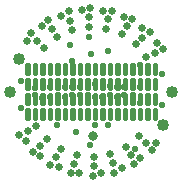
<source format=gts>
G75*
G70*
%OFA0B0*%
%FSLAX24Y24*%
%IPPOS*%
%LPD*%
%AMOC8*
5,1,8,0,0,1.08239X$1,22.5*
%
%ADD10C,0.0316*%
%ADD11C,0.0258*%
%ADD12C,0.0171*%
%ADD13C,0.0219*%
%ADD14C,0.0400*%
D10*
X004941Y004020D03*
D11*
X003203Y003351D03*
X002953Y003491D03*
X003203Y003685D03*
X003426Y003908D03*
X003887Y003580D03*
X003729Y003308D03*
X003538Y003054D03*
X003816Y002985D03*
X004216Y002785D03*
X004503Y002789D03*
X004335Y003079D03*
X004417Y003383D03*
X004980Y003330D03*
X004980Y003015D03*
X005216Y002778D03*
X004941Y002700D03*
X005663Y002805D03*
X005909Y002953D03*
X005619Y003120D03*
X005538Y003424D03*
X006052Y003659D03*
X006210Y003386D03*
X006333Y003094D03*
X006532Y003300D03*
X006906Y003546D03*
X007045Y003797D03*
X006711Y003797D03*
X006488Y004020D03*
X006737Y006646D03*
X007010Y006803D03*
X007302Y006927D03*
X007096Y007126D03*
X006850Y007499D03*
X006600Y007639D03*
X006600Y007304D03*
X006377Y007082D03*
X005916Y007410D03*
X006073Y007682D03*
X006265Y007935D03*
X005987Y008005D03*
X005587Y008205D03*
X005300Y008200D03*
X005467Y007911D03*
X005386Y007607D03*
X004823Y007660D03*
X004823Y007975D03*
X004586Y008211D03*
X004862Y008290D03*
X004140Y008185D03*
X003894Y008037D03*
X004183Y007870D03*
X004265Y007566D03*
X003750Y007331D03*
X003593Y007604D03*
X003470Y007896D03*
X003270Y007690D03*
X002897Y007444D03*
X002758Y007193D03*
X003092Y007193D03*
X003315Y006970D03*
X003065Y004344D03*
X002793Y004187D03*
X002500Y004063D03*
X002706Y003864D03*
D12*
X002765Y004612D02*
X002785Y004612D01*
X002765Y004612D02*
X002765Y004882D01*
X002785Y004882D01*
X002785Y004612D01*
X002785Y004782D02*
X002765Y004782D01*
X003015Y004612D02*
X003035Y004612D01*
X003015Y004612D02*
X003015Y004882D01*
X003035Y004882D01*
X003035Y004612D01*
X003035Y004782D02*
X003015Y004782D01*
X003265Y004612D02*
X003285Y004612D01*
X003265Y004612D02*
X003265Y004882D01*
X003285Y004882D01*
X003285Y004612D01*
X003285Y004782D02*
X003265Y004782D01*
X003515Y004612D02*
X003535Y004612D01*
X003515Y004612D02*
X003515Y004882D01*
X003535Y004882D01*
X003535Y004612D01*
X003535Y004782D02*
X003515Y004782D01*
X003765Y004612D02*
X003785Y004612D01*
X003765Y004612D02*
X003765Y004882D01*
X003785Y004882D01*
X003785Y004612D01*
X003785Y004782D02*
X003765Y004782D01*
X004015Y004612D02*
X004035Y004612D01*
X004015Y004612D02*
X004015Y004882D01*
X004035Y004882D01*
X004035Y004612D01*
X004035Y004782D02*
X004015Y004782D01*
X004265Y004612D02*
X004285Y004612D01*
X004265Y004612D02*
X004265Y004882D01*
X004285Y004882D01*
X004285Y004612D01*
X004285Y004782D02*
X004265Y004782D01*
X004515Y004612D02*
X004535Y004612D01*
X004515Y004612D02*
X004515Y004882D01*
X004535Y004882D01*
X004535Y004612D01*
X004535Y004782D02*
X004515Y004782D01*
X004765Y004612D02*
X004785Y004612D01*
X004765Y004612D02*
X004765Y004882D01*
X004785Y004882D01*
X004785Y004612D01*
X004785Y004782D02*
X004765Y004782D01*
X005015Y004612D02*
X005035Y004612D01*
X005015Y004612D02*
X005015Y004882D01*
X005035Y004882D01*
X005035Y004612D01*
X005035Y004782D02*
X005015Y004782D01*
X005265Y004612D02*
X005285Y004612D01*
X005265Y004612D02*
X005265Y004882D01*
X005285Y004882D01*
X005285Y004612D01*
X005285Y004782D02*
X005265Y004782D01*
X005515Y004612D02*
X005535Y004612D01*
X005515Y004612D02*
X005515Y004882D01*
X005535Y004882D01*
X005535Y004612D01*
X005535Y004782D02*
X005515Y004782D01*
X005765Y004612D02*
X005785Y004612D01*
X005765Y004612D02*
X005765Y004882D01*
X005785Y004882D01*
X005785Y004612D01*
X005785Y004782D02*
X005765Y004782D01*
X006015Y004612D02*
X006035Y004612D01*
X006015Y004612D02*
X006015Y004882D01*
X006035Y004882D01*
X006035Y004612D01*
X006035Y004782D02*
X006015Y004782D01*
X006265Y004612D02*
X006285Y004612D01*
X006265Y004612D02*
X006265Y004882D01*
X006285Y004882D01*
X006285Y004612D01*
X006285Y004782D02*
X006265Y004782D01*
X006515Y004612D02*
X006535Y004612D01*
X006515Y004612D02*
X006515Y004882D01*
X006535Y004882D01*
X006535Y004612D01*
X006535Y004782D02*
X006515Y004782D01*
X006765Y004612D02*
X006785Y004612D01*
X006765Y004612D02*
X006765Y004882D01*
X006785Y004882D01*
X006785Y004612D01*
X006785Y004782D02*
X006765Y004782D01*
X007015Y004612D02*
X007035Y004612D01*
X007015Y004612D02*
X007015Y004882D01*
X007035Y004882D01*
X007035Y004612D01*
X007035Y004782D02*
X007015Y004782D01*
X007035Y005112D02*
X007015Y005112D01*
X007015Y005382D01*
X007035Y005382D01*
X007035Y005112D01*
X007035Y005282D02*
X007015Y005282D01*
X006785Y005112D02*
X006765Y005112D01*
X006765Y005382D01*
X006785Y005382D01*
X006785Y005112D01*
X006785Y005282D02*
X006765Y005282D01*
X006535Y005112D02*
X006515Y005112D01*
X006515Y005382D01*
X006535Y005382D01*
X006535Y005112D01*
X006535Y005282D02*
X006515Y005282D01*
X006285Y005112D02*
X006265Y005112D01*
X006265Y005382D01*
X006285Y005382D01*
X006285Y005112D01*
X006285Y005282D02*
X006265Y005282D01*
X006035Y005112D02*
X006015Y005112D01*
X006015Y005382D01*
X006035Y005382D01*
X006035Y005112D01*
X006035Y005282D02*
X006015Y005282D01*
X005785Y005112D02*
X005765Y005112D01*
X005765Y005382D01*
X005785Y005382D01*
X005785Y005112D01*
X005785Y005282D02*
X005765Y005282D01*
X005535Y005112D02*
X005515Y005112D01*
X005515Y005382D01*
X005535Y005382D01*
X005535Y005112D01*
X005535Y005282D02*
X005515Y005282D01*
X005285Y005112D02*
X005265Y005112D01*
X005265Y005382D01*
X005285Y005382D01*
X005285Y005112D01*
X005285Y005282D02*
X005265Y005282D01*
X005035Y005112D02*
X005015Y005112D01*
X005015Y005382D01*
X005035Y005382D01*
X005035Y005112D01*
X005035Y005282D02*
X005015Y005282D01*
X004785Y005112D02*
X004765Y005112D01*
X004765Y005382D01*
X004785Y005382D01*
X004785Y005112D01*
X004785Y005282D02*
X004765Y005282D01*
X004535Y005112D02*
X004515Y005112D01*
X004515Y005382D01*
X004535Y005382D01*
X004535Y005112D01*
X004535Y005282D02*
X004515Y005282D01*
X004285Y005112D02*
X004265Y005112D01*
X004265Y005382D01*
X004285Y005382D01*
X004285Y005112D01*
X004285Y005282D02*
X004265Y005282D01*
X004035Y005112D02*
X004015Y005112D01*
X004015Y005382D01*
X004035Y005382D01*
X004035Y005112D01*
X004035Y005282D02*
X004015Y005282D01*
X003785Y005112D02*
X003765Y005112D01*
X003765Y005382D01*
X003785Y005382D01*
X003785Y005112D01*
X003785Y005282D02*
X003765Y005282D01*
X003535Y005112D02*
X003515Y005112D01*
X003515Y005382D01*
X003535Y005382D01*
X003535Y005112D01*
X003535Y005282D02*
X003515Y005282D01*
X003285Y005112D02*
X003265Y005112D01*
X003265Y005382D01*
X003285Y005382D01*
X003285Y005112D01*
X003285Y005282D02*
X003265Y005282D01*
X003035Y005112D02*
X003015Y005112D01*
X003015Y005382D01*
X003035Y005382D01*
X003035Y005112D01*
X003035Y005282D02*
X003015Y005282D01*
X002785Y005112D02*
X002765Y005112D01*
X002765Y005382D01*
X002785Y005382D01*
X002785Y005112D01*
X002785Y005282D02*
X002765Y005282D01*
X002785Y005636D02*
X002765Y005636D01*
X002765Y005906D01*
X002785Y005906D01*
X002785Y005636D01*
X002785Y005806D02*
X002765Y005806D01*
X003015Y005636D02*
X003035Y005636D01*
X003015Y005636D02*
X003015Y005906D01*
X003035Y005906D01*
X003035Y005636D01*
X003035Y005806D02*
X003015Y005806D01*
X003265Y005636D02*
X003285Y005636D01*
X003265Y005636D02*
X003265Y005906D01*
X003285Y005906D01*
X003285Y005636D01*
X003285Y005806D02*
X003265Y005806D01*
X003515Y005636D02*
X003535Y005636D01*
X003515Y005636D02*
X003515Y005906D01*
X003535Y005906D01*
X003535Y005636D01*
X003535Y005806D02*
X003515Y005806D01*
X003765Y005636D02*
X003785Y005636D01*
X003765Y005636D02*
X003765Y005906D01*
X003785Y005906D01*
X003785Y005636D01*
X003785Y005806D02*
X003765Y005806D01*
X004015Y005636D02*
X004035Y005636D01*
X004015Y005636D02*
X004015Y005906D01*
X004035Y005906D01*
X004035Y005636D01*
X004035Y005806D02*
X004015Y005806D01*
X004265Y005636D02*
X004285Y005636D01*
X004265Y005636D02*
X004265Y005906D01*
X004285Y005906D01*
X004285Y005636D01*
X004285Y005806D02*
X004265Y005806D01*
X004515Y005636D02*
X004535Y005636D01*
X004515Y005636D02*
X004515Y005906D01*
X004535Y005906D01*
X004535Y005636D01*
X004535Y005806D02*
X004515Y005806D01*
X004765Y005636D02*
X004785Y005636D01*
X004765Y005636D02*
X004765Y005906D01*
X004785Y005906D01*
X004785Y005636D01*
X004785Y005806D02*
X004765Y005806D01*
X005015Y005636D02*
X005035Y005636D01*
X005015Y005636D02*
X005015Y005906D01*
X005035Y005906D01*
X005035Y005636D01*
X005035Y005806D02*
X005015Y005806D01*
X005265Y005636D02*
X005285Y005636D01*
X005265Y005636D02*
X005265Y005906D01*
X005285Y005906D01*
X005285Y005636D01*
X005285Y005806D02*
X005265Y005806D01*
X005515Y005636D02*
X005535Y005636D01*
X005515Y005636D02*
X005515Y005906D01*
X005535Y005906D01*
X005535Y005636D01*
X005535Y005806D02*
X005515Y005806D01*
X005765Y005636D02*
X005785Y005636D01*
X005765Y005636D02*
X005765Y005906D01*
X005785Y005906D01*
X005785Y005636D01*
X005785Y005806D02*
X005765Y005806D01*
X006015Y005636D02*
X006035Y005636D01*
X006015Y005636D02*
X006015Y005906D01*
X006035Y005906D01*
X006035Y005636D01*
X006035Y005806D02*
X006015Y005806D01*
X006265Y005636D02*
X006285Y005636D01*
X006265Y005636D02*
X006265Y005906D01*
X006285Y005906D01*
X006285Y005636D01*
X006285Y005806D02*
X006265Y005806D01*
X006515Y005636D02*
X006535Y005636D01*
X006515Y005636D02*
X006515Y005906D01*
X006535Y005906D01*
X006535Y005636D01*
X006535Y005806D02*
X006515Y005806D01*
X006765Y005636D02*
X006785Y005636D01*
X006765Y005636D02*
X006765Y005906D01*
X006785Y005906D01*
X006785Y005636D01*
X006785Y005806D02*
X006765Y005806D01*
X007015Y005636D02*
X007035Y005636D01*
X007015Y005636D02*
X007015Y005906D01*
X007035Y005906D01*
X007035Y005636D01*
X007035Y005806D02*
X007015Y005806D01*
X007035Y006136D02*
X007015Y006136D01*
X007015Y006406D01*
X007035Y006406D01*
X007035Y006136D01*
X007035Y006306D02*
X007015Y006306D01*
X006785Y006136D02*
X006765Y006136D01*
X006765Y006406D01*
X006785Y006406D01*
X006785Y006136D01*
X006785Y006306D02*
X006765Y006306D01*
X006535Y006136D02*
X006515Y006136D01*
X006515Y006406D01*
X006535Y006406D01*
X006535Y006136D01*
X006535Y006306D02*
X006515Y006306D01*
X006285Y006136D02*
X006265Y006136D01*
X006265Y006406D01*
X006285Y006406D01*
X006285Y006136D01*
X006285Y006306D02*
X006265Y006306D01*
X006035Y006136D02*
X006015Y006136D01*
X006015Y006406D01*
X006035Y006406D01*
X006035Y006136D01*
X006035Y006306D02*
X006015Y006306D01*
X005785Y006136D02*
X005765Y006136D01*
X005765Y006406D01*
X005785Y006406D01*
X005785Y006136D01*
X005785Y006306D02*
X005765Y006306D01*
X005535Y006136D02*
X005515Y006136D01*
X005515Y006406D01*
X005535Y006406D01*
X005535Y006136D01*
X005535Y006306D02*
X005515Y006306D01*
X005285Y006136D02*
X005265Y006136D01*
X005265Y006406D01*
X005285Y006406D01*
X005285Y006136D01*
X005285Y006306D02*
X005265Y006306D01*
X005035Y006136D02*
X005015Y006136D01*
X005015Y006406D01*
X005035Y006406D01*
X005035Y006136D01*
X005035Y006306D02*
X005015Y006306D01*
X004785Y006136D02*
X004765Y006136D01*
X004765Y006406D01*
X004785Y006406D01*
X004785Y006136D01*
X004785Y006306D02*
X004765Y006306D01*
X004535Y006136D02*
X004515Y006136D01*
X004515Y006406D01*
X004535Y006406D01*
X004535Y006136D01*
X004535Y006306D02*
X004515Y006306D01*
X004285Y006136D02*
X004265Y006136D01*
X004265Y006406D01*
X004285Y006406D01*
X004285Y006136D01*
X004285Y006306D02*
X004265Y006306D01*
X004035Y006136D02*
X004015Y006136D01*
X004015Y006406D01*
X004035Y006406D01*
X004035Y006136D01*
X004035Y006306D02*
X004015Y006306D01*
X003785Y006136D02*
X003765Y006136D01*
X003765Y006406D01*
X003785Y006406D01*
X003785Y006136D01*
X003785Y006306D02*
X003765Y006306D01*
X003535Y006136D02*
X003515Y006136D01*
X003515Y006406D01*
X003535Y006406D01*
X003535Y006136D01*
X003535Y006306D02*
X003515Y006306D01*
X003285Y006136D02*
X003265Y006136D01*
X003265Y006406D01*
X003285Y006406D01*
X003285Y006136D01*
X003285Y006306D02*
X003265Y006306D01*
X003035Y006136D02*
X003015Y006136D01*
X003015Y006406D01*
X003035Y006406D01*
X003035Y006136D01*
X003035Y006306D02*
X003015Y006306D01*
X002785Y006136D02*
X002765Y006136D01*
X002765Y006406D01*
X002785Y006406D01*
X002785Y006136D01*
X002785Y006306D02*
X002765Y006306D01*
D13*
X002560Y005871D03*
X003012Y005613D03*
X003012Y005377D03*
X003248Y005298D03*
X003523Y005337D03*
X003523Y005652D03*
X003287Y005613D03*
X003799Y005652D03*
X004035Y005652D03*
X004271Y005652D03*
X004508Y005652D03*
X004508Y005377D03*
X004271Y005377D03*
X004035Y005337D03*
X003799Y005377D03*
X004783Y005377D03*
X005019Y005337D03*
X005256Y005337D03*
X005531Y005377D03*
X005768Y005337D03*
X006004Y005377D03*
X006004Y005652D03*
X005768Y005652D03*
X005531Y005692D03*
X005295Y005731D03*
X005019Y005771D03*
X004783Y005849D03*
X004271Y006519D03*
X004892Y006742D03*
X005453Y006873D03*
X004832Y007336D03*
X004193Y007070D03*
X006279Y005652D03*
X006516Y005652D03*
X006791Y005652D03*
X006791Y005337D03*
X006516Y005141D03*
X006279Y005377D03*
X007242Y005059D03*
X007242Y006082D03*
X006516Y006400D03*
X005453Y004393D03*
X005019Y004393D03*
X004390Y004156D03*
X004852Y003722D03*
X003760Y004393D03*
X002560Y004947D03*
X006358Y003605D03*
D14*
X007301Y004395D03*
X007601Y005495D03*
X002501Y006595D03*
X002201Y005495D03*
M02*

</source>
